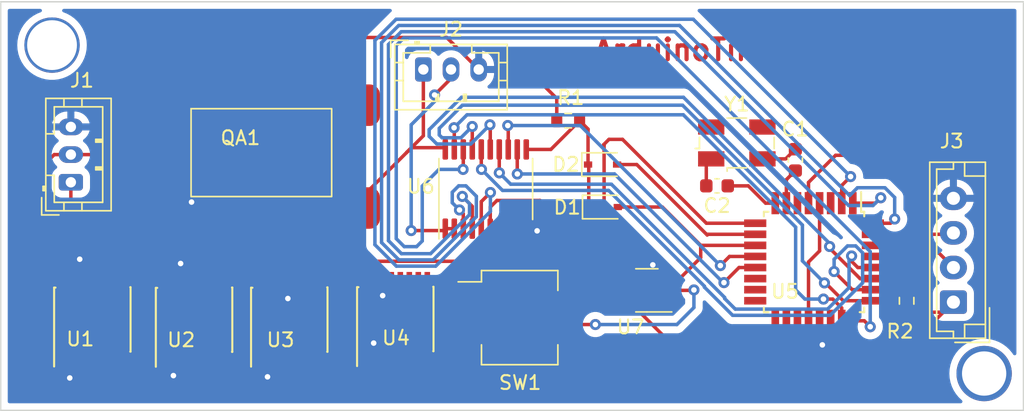
<source format=kicad_pcb>
(kicad_pcb (version 20211014) (generator pcbnew)
  (layers (0 "F.Cu" signal) (31 "B.Cu" signal) (34 "B.Paste" user) (35 "F.Paste" user) (36 "B.SilkS" user "B.Silkscreen") (37 "F.SilkS" user "F.Silkscreen") (38 "B.Mask" user) (39 "F.Mask" user) (44 "Edge.Cuts" user))
  (net 0 "")
  (net 1 "Net-(C1-Pad2)")
  (net 2 "Net-(C2-Pad2)")
  (net 3 "Net-(D1-Pad1)")
  (net 4 "Net-(D2-Pad2)")
  (net 5 "+5V")
  (net 6 "Net-(J1-Pad2)")
  (net 7 "GND")
  (net 8 "Net-(J2-Pad2)")
  (net 9 "Net-(R2-Pad1)")
  (net 10 "Net-(U1-Pad3)")
  (net 15 "Net-(U2-Pad1)")
  (net 16 "Net-(U2-Pad3)")
  (net 21 "Net-(U2-Pad12)")
  (net 22 "Net-(U3-Pad1)")
  (net 23 "Net-(U3-Pad3)")
  (net 26 "Net-(U3-Pad7)")
  (net 29 "Net-(U3-Pad12)")
  (net 30 "Net-(U4-Pad1)")
  (net 31 "Net-(U4-Pad3)")
  (net 36 "GAU")
  (net 37 "GBL")
  (net 40 "GBU")
  (net 41 "Net-(U6-Pad13)")
  (net 42 "Net-(U6-Pad12)")
  (net 49 "Net-(U6-Pad19)")
  (net 50 "Net-(U6-Pad18)")
  (net 51 "Net-(U6-Pad17)")
  (net 52 "Net-(U6-Pad16)")
  (net 53 "Net-(U6-Pad15)")
  (net 54 "Net-(U6-Pad14)")
  (net 55 "GAL")
  (net 56 "Net-(U6-Pad7)")
  (net 57 "Net-(U6-Pad8)")
  (net 58 "Net-(U5-Pad7)")
  (net 59 "Net-(U5-Pad8)")
  (net 60 "Net-(U1-Pad12)")
  (net 65 "Net-(U5-Pad30)")
  (net 66 "Net-(U5-Pad31)")
  (net 67 "Net-(U7-Pad2)")
  (net 68 "Net-(U4-Pad7)")
  (net 69 "Net-(SW1-Pad4)")
  (net 70 "Net-(SW1-Pad3)")
  (footprint "Connector_JST:JST_PH_B3B-PH-K_1x03_P2.00mm_Vertical" (layer "F.Cu") (at 109.99 92.435 90)
    (fp_text reference "J1")
    (fp_text value "Conn_01x03_Male")
  )
  (footprint "Package_SO:TSSOP-20_4.4x6.5mm_P0.65mm" (layer "F.Cu") (at 139.97 92.925 90)
    (fp_text reference "U6")
    (fp_text value "74LV8154")
  )
  (footprint "Resistor_SMD:R_0603_1608Metric" (layer "F.Cu") (at 170.38 101 -90)
    (fp_text reference "R2")
    (fp_text value "10k")
  )
  (footprint "Diode_SMD:D_SOD-323" (layer "F.Cu") (at 148.46 94.225)
    (fp_text reference "D1")
    (fp_text value "1N4448")
  )
  (footprint "Diode_SMD:D_SOD-323" (layer "F.Cu") (at 148.41 91.155)
    (fp_text reference "D2")
    (fp_text value "1N4448")
  )
  (footprint "Capacitor_SMD:C_0603_1608Metric" (layer "F.Cu") (at 156.68 92.695 180)
    (fp_text reference "C2")
    (fp_text value "22pF")
  )
  (footprint "Resistor_SMD:R_0603_1608Metric" (layer "F.Cu") (at 145.925 87.985 180)
    (fp_text reference "R1")
    (fp_text value "10k")
  )
  (footprint "Library:Quarz-Adapter" (layer "F.Cu") (at 110.04 99.565)
    (fp_text reference "QA1")
    (fp_text value "Quarz-Adapter")
  )
  (footprint "Capacitor_SMD:C_0603_1608Metric" (layer "F.Cu") (at 162.34 90.82 90)
    (fp_text reference "C1")
    (fp_text value "22pF")
  )
  (footprint "Crystal:Crystal_SMD_EuroQuartz_MJ-4Pin_5.0x3.2mm" (layer "F.Cu") (at 158.11 89.595)
    (fp_text reference "Y1")
    (fp_text value "16MHz")
  )
  (footprint "Package_SO:SSOP-16_4.4x5.2mm_P0.65mm" (layer "F.Cu") (at 118.93 102.365 90)
    (fp_text reference "U2")
    (fp_text value "74LS390")
  )
  (footprint "Package_TO_SOT_SMD:SOT-23-5" (layer "F.Cu") (at 151.61 100.245 180)
    (fp_text reference "U7")
    (fp_text value "74AHC1G04")
  )
  (footprint "Package_SO:SSOP-16_4.4x5.2mm_P0.65mm" (layer "F.Cu") (at 111.58 102.345 90)
    (fp_text reference "U1")
    (fp_text value "74LS390")
  )
  (footprint "Connector_JST:JST_PH_B3B-PH-K_1x03_P2.00mm_Vertical" (layer "F.Cu") (at 135.46 84.285)
    (fp_text reference "J2")
    (fp_text value "Conn_01x03_Male")
  )
  (footprint "Package_QFP:TQFP-32_7x7mm_P0.8mm" (layer "F.Cu") (at 163.69 98.195 -90)
    (fp_text reference "U5")
    (fp_text value "ATmega328PB-A")
  )
  (footprint "Package_SO:SSOP-16_4.4x5.2mm_P0.65mm" (layer "F.Cu") (at 125.81 102.355 90)
    (fp_text reference "U3")
    (fp_text value "74LS390")
  )
  (footprint "Connector_JST:JST_EH_B4B-EH-A_1x04_P2.50mm_Vertical" (layer "F.Cu") (at 173.76 101.095 90)
    (fp_text reference "J3")
    (fp_text value "Conn_01x04_Male")
  )
  (footprint "Package_SO:SSOP-16_4.4x5.2mm_P0.65mm" (layer "F.Cu") (at 133.47 102.315 90)
    (fp_text reference "U4")
    (fp_text value "74LS390")
  )
  (footprint "Button_Switch_SMD:SW_DIP_SPSTx04_Slide_KingTek_DSHP04TS_W7.62mm_P1.27mm" (layer "F.Cu") (at 142.42 102.215)
    (fp_text reference "SW1")
    (fp_text value "SW_DIP_x04")
  )
  (gr_rect (start 104.92 79.395) (end 178.82 108.915) (layer "Edge.Cuts") (width 0.1) (fill none))
  (gr_text "ArduinoTimeMachine v1.0" (at 162.05 82.865) (layer "F.Cu") (effects (font (size 1.5 1.5) (thickness 0.3))))
  (via (at 108.63 82.525) (size 4) (drill 3.6) (layers "F.Cu" "B.Cu") (net 0))
  (via (at 175.98 106.255) (size 4) (drill 3.2) (layers "F.Cu" "B.Cu") (net 0))
  (segment (start 159.96 90.745) (end 161.64 90.745) (width 0.25) (layer "F.Cu") (net 1))
  (segment (start 161.64 90.745) (end 162.34 90.045) (width 0.25) (layer "F.Cu") (net 1))
  (segment (start 155.905 91.1) (end 156.26 90.745) (width 0.25) (layer "F.Cu") (net 2))
  (segment (start 155.905 92.695) (end 155.905 91.1) (width 0.25) (layer "F.Cu") (net 2))
  (segment (start 147.41 94.225) (end 147.41 91.205) (width 0.25) (layer "F.Cu") (net 3))
  (segment (start 144.6725 90.0625) (end 146.75 87.985) (width 0.25) (layer "F.Cu") (net 3))
  (segment (start 147.36 88.595) (end 146.75 87.985) (width 0.25) (layer "F.Cu") (net 3))
  (segment (start 147.41 91.205) (end 147.36 91.155) (width 0.25) (layer "F.Cu") (net 3))
  (segment (start 142.895 90.0625) (end 144.6725 90.0625) (width 0.25) (layer "F.Cu") (net 3))
  (segment (start 147.36 91.155) (end 147.36 88.595) (width 0.25) (layer "F.Cu") (net 3))
  (segment (start 149.41 91.155) (end 150.88 91.155) (width 0.25) (layer "F.Cu") (net 4))
  (segment (start 155.97 96.245) (end 156.02 96.195) (width 0.25) (layer "F.Cu") (net 4))
  (segment (start 156.02 96.195) (end 159.44 96.195) (width 0.25) (layer "F.Cu") (net 4))
  (segment (start 150.88 91.155) (end 155.97 96.245) (width 0.25) (layer "F.Cu") (net 4))
  (segment (start 109.305 99.445) (end 109.305 94.88) (width 0.25) (layer "F.Cu") (net 5))
  (segment (start 161.69 103.37) (end 160.03 105.03) (width 0.25) (layer "F.Cu") (net 5))
  (segment (start 121.48 97.565) (end 121.52 97.525) (width 0.25) (layer "F.Cu") (net 5))
  (segment (start 123.45 99.455) (end 121.52 97.525) (width 0.25) (layer "F.Cu") (net 5))
  (segment (start 115.63 97.565) (end 121.48 97.565) (width 0.25) (layer "F.Cu") (net 5))
  (segment (start 164.09 97.395) (end 163.29 98.195) (width 0.25) (layer "F.Cu") (net 5))
  (segment (start 138.65 98.145) (end 129.91 98.145) (width 0.25) (layer "F.Cu") (net 5))
  (segment (start 121.52 97.525) (end 129.29 97.525) (width 0.25) (layer "F.Cu") (net 5))
  (segment (start 129.925 98.145) (end 131.195 99.415) (width 0.25) (layer "F.Cu") (net 5))
  (segment (start 134.255 90.28) (end 134.6 89.935) (width 0.25) (layer "F.Cu") (net 5))
  (segment (start 135.46 84.285) (end 135.46 89.075) (width 0.25) (layer "F.Cu") (net 5))
  (segment (start 109.99 94.195) (end 113.36 97.565) (width 0.25) (layer "F.Cu") (net 5))
  (segment (start 131.32 93.215) (end 134.255 90.28) (width 0.25) (layer "F.Cu") (net 5))
  (segment (start 161.52 105.205) (end 160.03 105.205) (width 0.25) (layer "F.Cu") (net 5))
  (segment (start 135.46 89.075) (end 134.255 90.28) (width 0.25) (layer "F.Cu") (net 5))
  (segment (start 173.76 101.095) (end 169.65 105.205) (width 0.25) (layer "F.Cu") (net 5))
  (segment (start 160.03 105.205) (end 154.48 105.205) (width 0.25) (layer "F.Cu") (net 5))
  (segment (start 116.655 98.59) (end 115.63 97.565) (width 0.25) (layer "F.Cu") (net 5))
  (segment (start 161.58 105.205) (end 161.52 105.205) (width 0.25) (layer "F.Cu") (net 5))
  (segment (start 163.29 103.495) (end 161.58 105.205) (width 0.25) (layer "F.Cu") (net 5))
  (segment (start 163.29 102.445) (end 163.29 103.495) (width 0.25) (layer "F.Cu") (net 5))
  (segment (start 109.99 92.435) (end 109.99 94.195) (width 0.25) (layer "F.Cu") (net 5))
  (segment (start 160.03 105.03) (end 160.03 105.205) (width 0.25) (layer "F.Cu") (net 5))
  (segment (start 109.305 94.88) (end 109.99 94.195) (width 0.25) (layer "F.Cu") (net 5))
  (segment (start 123.535 99.455) (end 123.45 99.455) (width 0.25) (layer "F.Cu") (net 5))
  (segment (start 129.91 98.145) (end 129.925 98.145) (width 0.25) (layer "F.Cu") (net 5))
  (segment (start 164.09 93.945) (end 164.09 97.395) (width 0.25) (layer "F.Cu") (net 5))
  (segment (start 129.29 97.525) (end 129.33 97.565) (width 0.25) (layer "F.Cu") (net 5))
  (segment (start 154.48 105.205) (end 154.48 105.2025) (width 0.25) (layer "F.Cu") (net 5))
  (segment (start 163.29 98.195) (end 163.29 102.445) (width 0.25) (layer "F.Cu") (net 5))
  (segment (start 134.6 89.935) (end 136.9175 89.935) (width 0.25) (layer "F.Cu") (net 5))
  (segment (start 147.4225 98.145) (end 138.65 98.145) (width 0.25) (layer "F.Cu") (net 5))
  (segment (start 150.515 101.2375) (end 147.4225 98.145) (width 0.25) (layer "F.Cu") (net 5))
  (segment (start 136.9175 89.935) (end 137.045 90.0625) (width 0.25) (layer "F.Cu") (net 5))
  (segment (start 116.655 99.465) (end 116.655 98.59) (width 0.25) (layer "F.Cu") (net 5))
  (segment (start 173.03 101.825) (end 173.76 101.095) (width 0.25) (layer "F.Cu") (net 5))
  (segment (start 169.65 105.205) (end 161.52 105.205) (width 0.25) (layer "F.Cu") (net 5))
  (segment (start 161.69 102.445) (end 161.69 103.37) (width 0.25) (layer "F.Cu") (net 5))
  (segment (start 129.29 95.835) (end 130.83 94.295) (width 0.25) (layer "F.Cu") (net 5))
  (segment (start 129.91 98.145) (end 129.33 97.565) (width 0.25) (layer "F.Cu") (net 5))
  (segment (start 170.38 101.825) (end 173.03 101.825) (width 0.25) (layer "F.Cu") (net 5))
  (segment (start 113.36 97.565) (end 115.63 97.565) (width 0.25) (layer "F.Cu") (net 5))
  (segment (start 154.48 105.2025) (end 150.4725 101.195) (width 0.25) (layer "F.Cu") (net 5))
  (segment (start 129.29 97.525) (end 129.29 95.835) (width 0.25) (layer "F.Cu") (net 5))
  (segment (start 109.305 100.655) (end 109.305 105.245) (width 0.25) (layer "F.Cu") (net 6))
  (segment (start 108.79 90.435) (end 107.26 91.965) (width 0.25) (layer "F.Cu") (net 6))
  (segment (start 107.26 98.61) (end 109.305 100.655) (width 0.25) (layer "F.Cu") (net 6))
  (segment (start 109.99 90.435) (end 127.26 90.435) (width 0.25) (layer "F.Cu") (net 6))
  (segment (start 127.26 90.435) (end 130.83 86.865) (width 0.25) (layer "F.Cu") (net 6))
  (segment (start 107.26 91.965) (end 107.26 98.61) (width 0.25) (layer "F.Cu") (net 6))
  (segment (start 109.99 90.435) (end 108.79 90.435) (width 0.25) (layer "F.Cu") (net 6))
  (segment (start 128.085 105.255) (end 128.085 105.555) (width 0.25) (layer "F.Cu") (net 7))
  (segment (start 143.0525 95.945) (end 142.895 95.7875) (width 0.25) (layer "F.Cu") (net 7))
  (segment (start 171.16 93.595) (end 173.76 93.595) (width 0.25) (layer "F.Cu") (net 7))
  (segment (start 114.82 88.435) (end 116.39 86.865) (width 0.25) (layer "F.Cu") (net 7))
  (segment (start 128.57 106.04) (end 131.77 106.04) (width 0.25) (layer "F.Cu") (net 7))
  (segment (start 117.305 105.265) (end 117.305 106.31) (width 0.25) (layer "F.Cu") (net 7))
  (segment (start 139.46 84.285) (end 143 84.285) (width 0.25) (layer "F.Cu") (net 7))
  (segment (start 132.52 99.44) (end 132.495 99.415) (width 0.25) (layer "F.Cu") (net 7))
  (segment (start 163.29 92.445) (end 165.25 90.485) (width 0.25) (layer "F.Cu") (net 7))
  (segment (start 113.855 105.245) (end 115.015 106.405) (width 0.25) (layer "F.Cu") (net 7))
  (segment (start 135.23 106.275) (end 135.75 105.755) (width 0.25) (layer "F.Cu") (net 7))
  (segment (start 132.155 106.275) (end 135.23 106.275) (width 0.25) (layer "F.Cu") (net 7))
  (segment (start 109.99 88.435) (end 114.82 88.435) (width 0.25) (layer "F.Cu") (net 7))
  (segment (start 131.845 105.215) (end 131.845 105.965) (width 0.25) (layer "F.Cu") (net 7))
  (segment (start 132.52 100.625) (end 132.52 99.44) (width 0.25) (layer "F.Cu") (net 7))
  (segment (start 145.1 87.985) (end 145.1 86.385) (width 0.25) (layer "F.Cu") (net 7))
  (segment (start 115.015 106.405) (end 117.4 106.405) (width 0.25) (layer "F.Cu") (net 7))
  (segment (start 118.71 93.865) (end 117.04 93.865) (width 0.25) (layer "F.Cu") (net 7))
  (segment (start 163.29 93.945) (end 163.29 92.445) (width 0.25) (layer "F.Cu") (net 7))
  (segment (start 117.92 99.43) (end 117.955 99.465) (width 0.25) (layer "F.Cu") (net 7))
  (segment (start 131.77 106.04) (end 131.845 105.965) (width 0.25) (layer "F.Cu") (net 7))
  (segment (start 131.845 105.965) (end 132.155 106.275) (width 0.25) (layer "F.Cu") (net 7))
  (segment (start 137.15 81.975) (end 121.28 81.975) (width 0.25) (layer "F.Cu") (net 7))
  (segment (start 109.955 106.53) (end 109.91 106.575) (width 0.25) (layer "F.Cu") (net 7))
  (segment (start 110.605 98.02) (end 110.63 97.995) (width 0.25) (layer "F.Cu") (net 7))
  (segment (start 164.04 103.935) (end 164.04 102.495) (width 0.25) (layer "F.Cu") (net 7))
  (segment (start 124.185 106.48) (end 124.2 106.495) (width 0.25) (layer "F.Cu") (net 7))
  (segment (start 131.87 104.055) (end 131.87 105.19) (width 0.25) (layer "F.Cu") (net 7))
  (segment (start 125.67 100.835) (end 124.835 100) (width 0.25) (layer "F.Cu") (net 7))
  (segment (start 143.68 95.945) (end 143.0525 95.945) (width 0.25) (layer "F.Cu") (net 7))
  (segment (start 124.185 105.255) (end 124.185 106.48) (width 0.25) (layer "F.Cu") (net 7))
  (segment (start 168.05 90.485) (end 171.16 93.595) (width 0.25) (layer "F.Cu") (net 7))
  (segment (start 131.87 105.19) (end 131.845 105.215) (width 0.25) (layer "F.Cu") (net 7))
  (segment (start 109.955 105.245) (end 109.955 106.53) (width 0.25) (layer "F.Cu") (net 7))
  (segment (start 164.29 104.185) (end 164.04 103.935) (width 0.25) (layer "F.Cu") (net 7))
  (segment (start 121.205 105.265) (end 122.435 106.495) (width 0.25) (layer "F.Cu") (net 7))
  (segment (start 165.25 90.485) (end 168.05 90.485) (width 0.25) (layer "F.Cu") (net 7))
  (segment (start 143 84.285) (end 145.1 86.385) (width 0.25) (layer "F.Cu") (net 7))
  (segment (start 122.435 106.495) (end 124.2 106.495) (width 0.25) (layer "F.Cu") (net 7))
  (segment (start 152.04 98.405) (end 152.04 98.5875) (width 0.25) (layer "F.Cu") (net 7))
  (segment (start 117.305 106.31) (end 117.4 106.405) (width 0.25) (layer "F.Cu") (net 7))
  (segment (start 124.835 100) (end 124.835 99.455) (width 0.25) (layer "F.Cu") (net 7))
  (segment (start 110.605 99.445) (end 110.605 98.02) (width 0.25) (layer "F.Cu") (net 7))
  (segment (start 152.04 98.5875) (end 152.7475 99.295) (width 0.25) (layer "F.Cu") (net 7))
  (segment (start 164.04 102.495) (end 164.09 102.445) (width 0.25) (layer "F.Cu") (net 7))
  (segment (start 117.92 98.305) (end 117.92 99.43) (width 0.25) (layer "F.Cu") (net 7))
  (segment (start 121.28 81.975) (end 116.39 86.865) (width 0.25) (layer "F.Cu") (net 7))
  (segment (start 139.46 84.285) (end 137.15 81.975) (width 0.25) (layer "F.Cu") (net 7))
  (segment (start 128.085 105.555) (end 128.57 106.04) (width 0.25) (layer "F.Cu") (net 7))
  (via (at 117.4 106.405) (size 0.8) (drill 0.4) (layers "F.Cu" "B.Cu") (net 7))
  (via (at 124.2 106.495) (size 0.8) (drill 0.4) (layers "F.Cu" "B.Cu") (net 7))
  (via (at 118.71 93.865) (size 0.8) (drill 0.4) (layers "F.Cu" "B.Cu") (net 7))
  (via (at 117.92 98.305) (size 0.8) (drill 0.4) (layers "F.Cu" "B.Cu") (net 7))
  (via (at 131.87 104.055) (size 0.8) (drill 0.4) (layers "F.Cu" "B.Cu") (net 7))
  (via (at 125.67 100.835) (size 0.8) (drill 0.4) (layers "F.Cu" "B.Cu") (net 7))
  (via (at 164.29 104.185) (size 0.8) (drill 0.4) (layers "F.Cu" "B.Cu") (net 7))
  (via (at 109.91 106.575) (size 0.8) (drill 0.4) (layers "F.Cu" "B.Cu") (net 7))
  (via (at 110.63 97.995) (size 0.8) (drill 0.4) (layers "F.Cu" "B.Cu") (net 7))
  (via (at 132.52 100.625) (size 0.8) (drill 0.4) (layers "F.Cu" "B.Cu") (net 7))
  (via (at 143.68 95.945) (size 0.8) (drill 0.4) (layers "F.Cu" "B.Cu") (net 7))
  (via (at 152.04 98.405) (size 0.8) (drill 0.4) (layers "F.Cu" "B.Cu") (net 7))
  (segment (start 136.27 86.125) (end 137.46 84.935) (width 0.25) (layer "F.Cu") (net 8))
  (segment (start 137.46 84.935) (end 137.46 84.285) (width 0.25) (layer "F.Cu") (net 8))
  (segment (start 136.9075 95.925) (end 137.045 95.7875) (width 0.25) (layer "F.Cu") (net 8))
  (segment (start 134.58 95.925) (end 136.9075 95.925) (width 0.25) (layer "F.Cu") (net 8))
  (segment (start 137.695 95.7875) (end 137.045 95.7875) (width 0.25) (layer "F.Cu") (net 8))
  (via (at 136.27 86.125) (size 0.8) (drill 0.4) (layers "F.Cu" "B.Cu") (net 8))
  (via (at 134.58 95.925) (size 0.8) (drill 0.4) (layers "F.Cu" "B.Cu") (net 8))
  (segment (start 136.27 86.595) (end 134.58 88.285) (width 0.25) (layer "B.Cu") (net 8))
  (segment (start 134.58 88.285) (end 134.58 95.925) (width 0.25) (layer "B.Cu") (net 8))
  (segment (start 136.27 86.125) (end 136.27 86.595) (width 0.25) (layer "B.Cu") (net 8))
  (segment (start 170.38 98.235) (end 170.38 100.175) (width 0.25) (layer "F.Cu") (net 9))
  (segment (start 169.94 97.795) (end 170.38 98.235) (width 0.25) (layer "F.Cu") (net 9))
  (segment (start 167.94 97.795) (end 169.94 97.795) (width 0.25) (layer "F.Cu") (net 9))
  (segment (start 111.255 105.245) (end 110.605 105.245) (width 0.25) (layer "F.Cu") (net 10))
  (segment (start 116.09 105.265) (end 116.655 105.265) (width 0.25) (layer "F.Cu") (net 15))
  (segment (start 113.855 103.03) (end 116.09 105.265) (width 0.25) (layer "F.Cu") (net 15))
  (segment (start 113.855 99.445) (end 113.855 103.03) (width 0.25) (layer "F.Cu") (net 15))
  (segment (start 117.955 105.265) (end 118.605 105.265) (width 0.25) (layer "F.Cu") (net 16))
  (segment (start 118.605 99.465) (end 119.255 99.465) (width 0.25) (layer "F.Cu") (net 21))
  (segment (start 121.205 102.925) (end 123.535 105.255) (width 0.25) (layer "F.Cu") (net 22))
  (segment (start 121.205 99.465) (end 121.205 102.925) (width 0.25) (layer "F.Cu") (net 22))
  (segment (start 125.485 105.255) (end 124.835 105.255) (width 0.25) (layer "F.Cu") (net 23))
  (segment (start 128.285 106.855) (end 127.435 106.005) (width 0.25) (layer "F.Cu") (net 26))
  (segment (start 136.77 106.445) (end 136.36 106.855) (width 0.25) (layer "F.Cu") (net 26))
  (segment (start 124.185 99.455) (end 124.185 100.62) (width 0.25) (layer "F.Cu") (net 26))
  (segment (start 136.77 103.165) (end 136.77 106.445) (width 0.25) (layer "F.Cu") (net 26))
  (segment (start 136.36 106.855) (end 128.285 106.855) (width 0.25) (layer "F.Cu") (net 26))
  (segment (start 124.185 100.62) (end 127.435 103.87) (width 0.25) (layer "F.Cu") (net 26))
  (segment (start 138.61 101.58) (end 138.355 101.58) (width 0.25) (layer "F.Cu") (net 26))
  (segment (start 127.435 106.005) (end 127.435 105.255) (width 0.25) (layer "F.Cu") (net 26))
  (segment (start 127.435 103.87) (end 127.435 105.255) (width 0.25) (layer "F.Cu") (net 26))
  (segment (start 138.355 101.58) (end 136.77 103.165) (width 0.25) (layer "F.Cu") (net 26))
  (segment (start 125.485 99.455) (end 126.135 99.455) (width 0.25) (layer "F.Cu") (net 29))
  (segment (start 131.195 105.175) (end 128.085 102.065) (width 0.25) (layer "F.Cu") (net 30))
  (segment (start 128.085 99.455) (end 128.085 102.065) (width 0.25) (layer "F.Cu") (net 30))
  (segment (start 131.195 105.215) (end 131.195 105.175) (width 0.25) (layer "F.Cu") (net 30))
  (segment (start 133.145 105.215) (end 132.495 105.215) (width 0.25) (layer "F.Cu") (net 31))
  (segment (start 166.49 93.945) (end 168.12 93.945) (width 0.25) (layer "F.Cu") (net 36))
  (segment (start 138.995 94.177314) (end 138.995 95.7875) (width 0.25) (layer "F.Cu") (net 36))
  (segment (start 168.12 93.945) (end 168.51 93.555) (width 0.25) (layer "F.Cu") (net 36))
  (segment (start 138.274282 93.456596) (end 138.995 94.177314) (width 0.25) (layer "F.Cu") (net 36))
  (via (at 168.51 93.555) (size 0.8) (drill 0.4) (layers "F.Cu" "B.Cu") (net 36))
  (via (at 138.274282 93.456596) (size 0.8) (drill 0.4) (layers "F.Cu" "B.Cu") (net 36))
  (segment (start 138.795 94.78) (end 135.98 97.595) (width 0.25) (layer "B.Cu") (net 36))
  (segment (start 138.274282 93.456596) (end 138.795 93.977314) (width 0.25) (layer "B.Cu") (net 36))
  (segment (start 167.95 94.115) (end 168.51 93.555) (width 0.25) (layer "B.Cu") (net 36))
  (segment (start 153.63 81.555) (end 166.19 94.115) (width 0.25) (layer "B.Cu") (net 36))
  (segment (start 132.94 96.655) (end 132.94 82.478604) (width 0.25) (layer "B.Cu") (net 36))
  (segment (start 138.795 93.977314) (end 138.795 94.78) (width 0.25) (layer "B.Cu") (net 36))
  (segment (start 132.94 82.478604) (end 133.863604 81.555) (width 0.25) (layer "B.Cu") (net 36))
  (segment (start 135.98 97.595) (end 133.88 97.595) (width 0.25) (layer "B.Cu") (net 36))
  (segment (start 133.863604 81.555) (end 153.63 81.555) (width 0.25) (layer "B.Cu") (net 36))
  (segment (start 133.88 97.595) (end 132.94 96.655) (width 0.25) (layer "B.Cu") (net 36))
  (segment (start 166.19 94.115) (end 167.95 94.115) (width 0.25) (layer "B.Cu") (net 36))
  (segment (start 140.305451 93.175049) (end 139.645 93.8355) (width 0.25) (layer "F.Cu") (net 37))
  (segment (start 165.69 92.665) (end 166.33 92.025) (width 0.25) (layer "F.Cu") (net 37))
  (segment (start 165.69 93.945) (end 165.69 92.665) (width 0.25) (layer "F.Cu") (net 37))
  (segment (start 139.645 93.8355) (end 139.645 95.7875) (width 0.25) (layer "F.Cu") (net 37))
  (via (at 140.305451 93.175049) (size 0.8) (drill 0.4) (layers "F.Cu" "B.Cu") (net 37))
  (via (at 166.33 92.025) (size 0.8) (drill 0.4) (layers "F.Cu" "B.Cu") (net 37))
  (segment (start 131.96 82.185812) (end 133.490812 80.655) (width 0.25) (layer "B.Cu") (net 37))
  (segment (start 154.96 80.655) (end 166.33 92.025) (width 0.25) (layer "B.Cu") (net 37))
  (segment (start 136.352792 98.495) (end 133.507208 98.495) (width 0.25) (layer "B.Cu") (net 37))
  (segment (start 140.305451 93.175049) (end 140.305451 94.542341) (width 0.25) (layer "B.Cu") (net 37))
  (segment (start 140.305451 94.542341) (end 136.352792 98.495) (width 0.25) (layer "B.Cu") (net 37))
  (segment (start 133.507208 98.495) (end 131.96 96.947792) (width 0.25) (layer "B.Cu") (net 37))
  (segment (start 133.490812 80.655) (end 154.96 80.655) (width 0.25) (layer "B.Cu") (net 37))
  (segment (start 131.96 96.947792) (end 131.96 82.185812) (width 0.25) (layer "B.Cu") (net 37))
  (segment (start 149.85 89.335) (end 148.87 89.335) (width 0.25) (layer "F.Cu") (net 40))
  (segment (start 148.87 89.335) (end 148.49 89.715) (width 0.25) (layer "F.Cu") (net 40))
  (segment (start 143.8845 93.7495) (end 140.7755 93.7495) (width 0.25) (layer "F.Cu") (net 40))
  (segment (start 148.52 89.745) (end 148.52 95.135) (width 0.25) (layer "F.Cu") (net 40))
  (segment (start 140.295 94.23) (end 140.295 95.7875) (width 0.25) (layer "F.Cu") (net 40))
  (segment (start 148.49 89.715) (end 148.52 89.745) (width 0.25) (layer "F.Cu") (net 40))
  (segment (start 148.52 95.135) (end 147.78 95.875) (width 0.25) (layer "F.Cu") (net 40))
  (segment (start 146.01 95.875) (end 143.8845 93.7495) (width 0.25) (layer "F.Cu") (net 40))
  (segment (start 159.44 95.395) (end 155.91 95.395) (width 0.25) (layer "F.Cu") (net 40))
  (segment (start 155.91 95.395) (end 149.85 89.335) (width 0.25) (layer "F.Cu") (net 40))
  (segment (start 140.7755 93.7495) (end 140.295 94.23) (width 0.25) (layer "F.Cu") (net 40))
  (segment (start 147.78 95.875) (end 146.01 95.875) (width 0.25) (layer "F.Cu") (net 40))
  (segment (start 141.595 88.37) (end 141.595 90.0625) (width 0.25) (layer "F.Cu") (net 41))
  (segment (start 157.58 97.795) (end 156.92 98.455) (width 0.25) (layer "F.Cu") (net 41))
  (segment (start 141.56 88.335) (end 141.595 88.37) (width 0.25) (layer "F.Cu") (net 41))
  (segment (start 159.44 97.795) (end 157.58 97.795) (width 0.25) (layer "F.Cu") (net 41))
  (via (at 156.92 98.455) (size 0.8) (drill 0.4) (layers "F.Cu" "B.Cu") (net 41))
  (via (at 141.56 88.335) (size 0.8) (drill 0.4) (layers "F.Cu" "B.Cu") (net 41))
  (segment (start 141.56 88.335) (end 146.8 88.335) (width 0.25) (layer "B.Cu") (net 41))
  (segment (start 146.8 88.335) (end 156.92 98.455) (width 0.25) (layer "B.Cu") (net 41))
  (segment (start 142.245 91.83) (end 142.245 90.0625) (width 0.25) (layer "F.Cu") (net 42))
  (segment (start 158.27 98.595) (end 157.18 99.685) (width 0.25) (layer "F.Cu") (net 42))
  (segment (start 159.44 98.595) (end 158.27 98.595) (width 0.25) (layer "F.Cu") (net 42))
  (segment (start 142.25 91.835) (end 142.245 91.83) (width 0.25) (layer "F.Cu") (net 42))
  (via (at 157.18 99.685) (size 0.8) (drill 0.4) (layers "F.Cu" "B.Cu") (net 42))
  (via (at 142.25 91.835) (size 0.8) (drill 0.4) (layers "F.Cu" "B.Cu") (net 42))
  (segment (start 157.18 99.685) (end 157.124695 99.685) (width 0.25) (layer "B.Cu") (net 42))
  (segment (start 149.274695 91.835) (end 142.25 91.835) (width 0.25) (layer "B.Cu") (net 42))
  (segment (start 157.124695 99.685) (end 149.274695 91.835) (width 0.25) (layer "B.Cu") (net 42))
  (segment (start 165.045 100.875) (end 165.69 101.52) (width 0.25) (layer "F.Cu") (net 49))
  (segment (start 137.695 88.51) (end 137.695 90.0625) (width 0.25) (layer "F.Cu") (net 49))
  (segment (start 137.68 88.495) (end 137.695 88.51) (width 0.25) (layer "F.Cu") (net 49))
  (segment (start 165.69 101.52) (end 165.69 102.445) (width 0.25) (layer "F.Cu") (net 49))
  (segment (start 164.37 100.875) (end 165.045 100.875) (width 0.25) (layer "F.Cu") (net 49))
  (via (at 164.37 100.875) (size 0.8) (drill 0.4) (layers "F.Cu" "B.Cu") (net 49))
  (via (at 137.68 88.495) (size 0.8) (drill 0.4) (layers "F.Cu" "B.Cu") (net 49))
  (segment (start 154.245 87.56) (end 162.36 95.675) (width 0.25) (layer "B.Cu") (net 49))
  (segment (start 137.68 88.495) (end 138.615 87.56) (width 0.25) (layer "B.Cu") (net 49))
  (segment (start 162.36 95.675) (end 162.36 100.205) (width 0.25) (layer "B.Cu") (net 49))
  (segment (start 163.03 100.875) (end 164.37 100.875) (width 0.25) (layer "B.Cu") (net 49))
  (segment (start 162.36 100.205) (end 163.03 100.875) (width 0.25) (layer "B.Cu") (net 49))
  (segment (start 138.615 87.56) (end 154.245 87.56) (width 0.25) (layer "B.Cu") (net 49))
  (segment (start 138.345 90.0625) (end 138.345 91.49) (width 0.25) (layer "F.Cu") (net 50))
  (segment (start 167.32 102.445) (end 167.75 102.875) (width 0.25) (layer "F.Cu") (net 50))
  (segment (start 166.49 102.445) (end 167.32 102.445) (width 0.25) (layer "F.Cu") (net 50))
  (segment (start 138.345 91.49) (end 138.33 91.505) (width 0.25) (layer "F.Cu") (net 50))
  (via (at 138.33 91.505) (size 0.8) (drill 0.4) (layers "F.Cu" "B.Cu") (net 50))
  (via (at 167.75 102.875) (size 0.8) (drill 0.4) (layers "F.Cu" "B.Cu") (net 50))
  (segment (start 134.08 97.085) (end 133.5 96.505) (width 0.25) (layer "B.Cu") (net 50))
  (segment (start 136.59 91.505) (end 135.38 92.715) (width 0.25) (layer "B.Cu") (net 50))
  (segment (start 167.75 97.445097) (end 167.75 102.875) (width 0.25) (layer "B.Cu") (net 50))
  (segment (start 133.5 82.555) (end 134.05 82.005) (width 0.25) (layer "B.Cu") (net 50))
  (segment (start 135.38 96.675) (end 134.97 97.085) (width 0.25) (layer "B.Cu") (net 50))
  (segment (start 133.5 96.505) (end 133.5 82.555) (width 0.25) (layer "B.Cu") (net 50))
  (segment (start 152.309903 82.005) (end 167.75 97.445097) (width 0.25) (layer "B.Cu") (net 50))
  (segment (start 135.38 92.715) (end 135.38 96.675) (width 0.25) (layer "B.Cu") (net 50))
  (segment (start 134.05 82.005) (end 152.309903 82.005) (width 0.25) (layer "B.Cu") (net 50))
  (segment (start 138.33 91.505) (end 136.59 91.505) (width 0.25) (layer "B.Cu") (net 50))
  (segment (start 134.97 97.085) (end 134.08 97.085) (width 0.25) (layer "B.Cu") (net 50))
  (segment (start 138.995 88.41) (end 138.99 88.405) (width 0.25) (layer "F.Cu") (net 51))
  (segment (start 167.94 100.995) (end 165.801396 100.995) (width 0.25) (layer "F.Cu") (net 51))
  (segment (start 164.511396 99.705) (end 164.44 99.705) (width 0.25) (layer "F.Cu") (net 51))
  (segment (start 138.995 90.0625) (end 138.995 88.41) (width 0.25) (layer "F.Cu") (net 51))
  (segment (start 165.801396 100.995) (end 164.511396 99.705) (width 0.25) (layer "F.Cu") (net 51))
  (via (at 164.44 99.705) (size 0.8) (drill 0.4) (layers "F.Cu" "B.Cu") (net 51))
  (via (at 138.99 88.405) (size 0.8) (drill 0.4) (layers "F.Cu" "B.Cu") (net 51))
  (segment (start 162.85 98.115) (end 164.44 99.705) (width 0.25) (layer "B.Cu") (net 51))
  (segment (start 154.186396 86.865) (end 162.85 95.528604) (width 0.25) (layer "B.Cu") (net 51))
  (segment (start 136.61 89.015) (end 136.61 88.539695) (width 0.25) (layer "B.Cu") (net 51))
  (segment (start 136.815 89.22) (end 136.61 89.015) (width 0.25) (layer "B.Cu") (net 51))
  (segment (start 162.85 95.528604) (end 162.85 98.115) (width 0.25) (layer "B.Cu") (net 51))
  (segment (start 138.175 89.22) (end 136.815 89.22) (width 0.25) (layer "B.Cu") (net 51))
  (segment (start 138.99 88.405) (end 138.175 89.22) (width 0.25) (layer "B.Cu") (net 51))
  (segment (start 138.284695 86.865) (end 154.186396 86.865) (width 0.25) (layer "B.Cu") (net 51))
  (segment (start 136.61 88.539695) (end 138.284695 86.865) (width 0.25) (layer "B.Cu") (net 51))
  (segment (start 139.645 90.0625) (end 139.645 91.49) (width 0.25) (layer "F.Cu") (net 52))
  (segment (start 166.45 100.195) (end 165.14 98.885) (width 0.25) (layer "F.Cu") (net 52))
  (segment (start 139.645 91.49) (end 139.66 91.505) (width 0.25) (layer "F.Cu") (net 52))
  (segment (start 167.94 100.195) (end 166.45 100.195) (width 0.25) (layer "F.Cu") (net 52))
  (via (at 139.66 91.505) (size 0.8) (drill 0.4) (layers "F.Cu" "B.Cu") (net 52))
  (via (at 165.14 98.885) (size 0.8) (drill 0.4) (layers "F.Cu" "B.Cu") (net 52))
  (segment (start 155.77 100.015) (end 155.77 99.949695) (width 0.25) (layer "B.Cu") (net 52))
  (segment (start 165.14 98.885) (end 165.14 97.999695) (width 0.25) (layer "B.Cu") (net 52))
  (segment (start 148.845305 93.025) (end 141.18 93.025) (width 0.25) (layer "B.Cu") (net 52))
  (segment (start 155.77 99.949695) (end 148.845305 93.025) (width 0.25) (layer "B.Cu") (net 52))
  (segment (start 157.805 102.05) (end 155.77 100.015) (width 0.25) (layer "B.Cu") (net 52))
  (segment (start 141.18 93.025) (end 139.66 91.505) (width 0.25) (layer "B.Cu") (net 52))
  (segment (start 167.2 97.531493) (end 167.2 99.706701) (width 0.25) (layer "B.Cu") (net 52))
  (segment (start 164.856701 102.05) (end 157.805 102.05) (width 0.25) (layer "B.Cu") (net 52))
  (segment (start 166.103796 97.035899) (end 166.704406 97.035899) (width 0.25) (layer "B.Cu") (net 52))
  (segment (start 167.2 99.706701) (end 164.856701 102.05) (width 0.25) (layer "B.Cu") (net 52))
  (segment (start 166.704406 97.035899) (end 167.2 97.531493) (width 0.25) (layer "B.Cu") (net 52))
  (segment (start 165.14 97.999695) (end 166.103796 97.035899) (width 0.25) (layer "B.Cu") (net 52))
  (segment (start 164.8145 97.075) (end 164.8145 97.195896) (width 0.25) (layer "F.Cu") (net 53))
  (segment (start 164.8145 97.195896) (end 167.013604 99.395) (width 0.25) (layer "F.Cu") (net 53))
  (segment (start 140.295 88.31) (end 140.27 88.285) (width 0.25) (layer "F.Cu") (net 53))
  (segment (start 140.295 90.0625) (end 140.295 88.31) (width 0.25) (layer "F.Cu") (net 53))
  (segment (start 167.013604 99.395) (end 167.94 99.395) (width 0.25) (layer "F.Cu") (net 53))
  (via (at 140.27 88.285) (size 0.8) (drill 0.4) (layers "F.Cu" "B.Cu") (net 53))
  (via (at 164.8145 97.075) (size 0.8) (drill 0.4) (layers "F.Cu" "B.Cu") (net 53))
  (segment (start 138.218299 86.295) (end 135.88 88.633299) (width 0.25) (layer "B.Cu") (net 53))
  (segment (start 135.88 88.633299) (end 135.88 89.115) (width 0.25) (layer "B.Cu") (net 53))
  (segment (start 136.435 89.67) (end 138.885 89.67) (width 0.25) (layer "B.Cu") (net 53))
  (segment (start 164.8145 97.075) (end 164.8145 96.856708) (width 0.25) (layer "B.Cu") (net 53))
  (segment (start 164.8145 96.856708) (end 154.252792 86.295) (width 0.25) (layer "B.Cu") (net 53))
  (segment (start 135.88 89.115) (end 136.435 89.67) (width 0.25) (layer "B.Cu") (net 53))
  (segment (start 154.252792 86.295) (end 138.218299 86.295) (width 0.25) (layer "B.Cu") (net 53))
  (segment (start 138.885 89.67) (end 140.27 88.285) (width 0.25) (layer "B.Cu") (net 53))
  (segment (start 166.404101 98.149101) (end 166.85 98.595) (width 0.25) (layer "F.Cu") (net 54))
  (segment (start 140.95 91.755) (end 140.945 91.75) (width 0.25) (layer "F.Cu") (net 54))
  (segment (start 166.404101 97.760899) (end 166.404101 98.149101) (width 0.25) (layer "F.Cu") (net 54))
  (segment (start 140.945 91.75) (end 140.945 90.0625) (width 0.25) (layer "F.Cu") (net 54))
  (segment (start 166.85 98.595) (end 167.94 98.595) (width 0.25) (layer "F.Cu") (net 54))
  (via (at 140.95 91.755) (size 0.8) (drill 0.4) (layers "F.Cu" "B.Cu") (net 54))
  (via (at 166.404101 97.760899) (size 0.8) (drill 0.4) (layers "F.Cu" "B.Cu") (net 54))
  (segment (start 157.995 101.6) (end 157.23 100.835) (width 0.25) (layer "B.Cu") (net 54))
  (segment (start 166.22 97.945) (end 166.22 100.050305) (width 0.25) (layer "B.Cu") (net 54))
  (segment (start 166.22 100.050305) (end 164.670305 101.6) (width 0.25) (layer "B.Cu") (net 54))
  (segment (start 157.23 100.760305) (end 149.044695 92.575) (width 0.25) (layer "B.Cu") (net 54))
  (segment (start 164.670305 101.6) (end 157.995 101.6) (width 0.25) (layer "B.Cu") (net 54))
  (segment (start 141.77 92.575) (end 140.95 91.755) (width 0.25) (layer "B.Cu") (net 54))
  (segment (start 166.404101 97.760899) (end 166.22 97.945) (width 0.25) (layer "B.Cu") (net 54))
  (segment (start 157.23 100.835) (end 157.23 100.760305) (width 0.25) (layer "B.Cu") (net 54))
  (segment (start 149.044695 92.575) (end 141.77 92.575) (width 0.25) (layer "B.Cu") (net 54))
  (segment (start 169.21 95.395) (end 169.515 95.09) (width 0.25) (layer "F.Cu") (net 55))
  (segment (start 167.94 95.395) (end 169.21 95.395) (width 0.25) (layer "F.Cu") (net 55))
  (segment (start 138.345 94.71) (end 138.07 94.435) (width 0.25) (layer "F.Cu") (net 55))
  (segment (start 138.345 95.7875) (end 138.345 94.71) (width 0.25) (layer "F.Cu") (net 55))
  (via (at 138.07 94.435) (size 0.8) (drill 0.4) (layers "F.Cu" "B.Cu") (net 55))
  (via (at 169.515 95.09) (size 0.8) (drill 0.4) (layers "F.Cu" "B.Cu") (net 55))
  (segment (start 132.44 96.791396) (end 132.44 82.342208) (width 0.25) (layer "B.Cu") (net 55))
  (segment (start 138.07 94.435) (end 137.549282 93.914282) (width 0.25) (layer "B.Cu") (net 55))
  (segment (start 166.825 92.83) (end 168.810305 92.83) (width 0.25) (layer "B.Cu") (net 55))
  (segment (start 138.010573 92.695) (end 138.537991 92.695) (width 0.25) (layer "B.Cu") (net 55))
  (segment (start 169.515 93.534695) (end 169.515 95.09) (width 0.25) (layer "B.Cu") (net 55))
  (segment (start 168.810305 92.83) (end 169.515 93.534695) (width 0.25) (layer "B.Cu") (net 55))
  (segment (start 132.44 82.342208) (end 133.677208 81.105) (width 0.25) (layer "B.Cu") (net 55))
  (segment (start 153.97 81.105) (end 166.26 93.395) (width 0.25) (layer "B.Cu") (net 55))
  (segment (start 139.29 93.447009) (end 139.29 94.921396) (width 0.25) (layer "B.Cu") (net 55))
  (segment (start 166.26 93.395) (end 166.825 92.83) (width 0.25) (layer "B.Cu") (net 55))
  (segment (start 137.549282 93.914282) (end 137.549282 93.156291) (width 0.25) (layer "B.Cu") (net 55))
  (segment (start 137.549282 93.156291) (end 138.010573 92.695) (width 0.25) (layer "B.Cu") (net 55))
  (segment (start 139.29 94.921396) (end 136.166396 98.045) (width 0.25) (layer "B.Cu") (net 55))
  (segment (start 136.166396 98.045) (end 133.693604 98.045) (width 0.25) (layer "B.Cu") (net 55))
  (segment (start 133.693604 98.045) (end 132.44 96.791396) (width 0.25) (layer "B.Cu") (net 55))
  (segment (start 133.677208 81.105) (end 153.97 81.105) (width 0.25) (layer "B.Cu") (net 55))
  (segment (start 138.537991 92.695) (end 139.29 93.447009) (width 0.25) (layer "B.Cu") (net 55))
  (segment (start 140.945 96.476041) (end 142.163959 97.695) (width 0.25) (layer "F.Cu") (net 56))
  (segment (start 140.945 95.7875) (end 140.945 96.476041) (width 0.25) (layer "F.Cu") (net 56))
  (segment (start 142.163959 97.695) (end 148.8725 97.695) (width 0.25) (layer "F.Cu") (net 56))
  (segment (start 148.8725 97.695) (end 150.4725 99.295) (width 0.25) (layer "F.Cu") (net 56))
  (segment (start 141.595 95.7875) (end 142.245 95.7875) (width 0.25) (layer "F.Cu") (net 57))
  (segment (start 161.69 92.245) (end 161.69 93.945) (width 0.25) (layer "F.Cu") (net 58))
  (segment (start 162.34 91.595) (end 161.69 92.245) (width 0.25) (layer "F.Cu") (net 58))
  (segment (start 158.94 92.695) (end 160.19 93.945) (width 0.25) (layer "F.Cu") (net 59))
  (segment (start 160.19 93.945) (end 160.89 93.945) (width 0.25) (layer "F.Cu") (net 59))
  (segment (start 157.455 92.695) (end 158.94 92.695) (width 0.25) (layer "F.Cu") (net 59))
  (segment (start 111.255 99.445) (end 111.905 99.445) (width 0.25) (layer "F.Cu") (net 60))
  (segment (start 167.94 96.995) (end 172.16 96.995) (width 0.25) (layer "F.Cu") (net 65))
  (segment (start 172.16 96.995) (end 173.76 98.595) (width 0.25) (layer "F.Cu") (net 65))
  (segment (start 167.94 96.195) (end 173.66 96.195) (width 0.25) (layer "F.Cu") (net 66))
  (segment (start 173.66 96.195) (end 173.76 96.095) (width 0.25) (layer "F.Cu") (net 66))
  (segment (start 146.23 100.31) (end 146.23 103.13) (width 0.25) (layer "F.Cu") (net 67))
  (segment (start 154.98 100.245) (end 155.01 100.215) (width 0.25) (layer "F.Cu") (net 67))
  (segment (start 155.5 97.876751) (end 155.5 96.995) (width 0.25) (layer "F.Cu") (net 67))
  (segment (start 155.5 96.995) (end 159.44 96.995) (width 0.25) (layer "F.Cu") (net 67))
  (segment (start 146.23 104.12) (end 146.23 100.31) (width 0.25) (layer "F.Cu") (net 67))
  (segment (start 149.51 94.225) (end 152.73 94.225) (width 0.25) (layer "F.Cu") (net 67))
  (segment (start 152.73 94.225) (end 155.5 96.995) (width 0.25) (layer "F.Cu") (net 67))
  (segment (start 153.131751 100.245) (end 155.5 97.876751) (width 0.25) (layer "F.Cu") (net 67))
  (segment (start 152.7475 100.245) (end 153.131751 100.245) (width 0.25) (layer "F.Cu") (net 67))
  (segment (start 152.7475 100.245) (end 154.98 100.245) (width 0.25) (layer "F.Cu") (net 67))
  (segment (start 146.365 102.715) (end 146.23 102.85) (width 0.25) (layer "F.Cu") (net 67))
  (segment (start 147.89 102.715) (end 146.365 102.715) (width 0.25) (layer "F.Cu") (net 67))
  (via (at 147.89 102.715) (size 0.8) (drill 0.4) (layers "F.Cu" "B.Cu") (net 67))
  (via (at 155.01 100.215) (size 0.8) (drill 0.4) (layers "F.Cu" "B.Cu") (net 67))
  (segment (start 155.01 101.485) (end 155.01 100.215) (width 0.25) (layer "B.Cu") (net 67))
  (segment (start 147.89 102.715) (end 153.78 102.715) (width 0.25) (layer "B.Cu") (net 67))
  (segment (start 153.78 102.715) (end 155.01 101.485) (width 0.25) (layer "B.Cu") (net 67))
  (segment (start 135.095 103.57) (end 135.095 105.215) (width 0.25) (layer "F.Cu") (net 68))
  (segment (start 138.355 100.31) (end 135.095 103.57) (width 0.25) (layer "F.Cu") (net 68))
  (segment (start 138.61 100.31) (end 138.355 100.31) (width 0.25) (layer "F.Cu") (net 68))
  (segment (start 138.61 106.005) (end 136.51 108.105) (width 0.25) (layer "F.Cu") (net 69))
  (segment (start 115.365 108.105) (end 113.205 105.945) (width 0.25) (layer "F.Cu") (net 69))
  (segment (start 113.205 104.545) (end 113.205 105.245) (width 0.25) (layer "F.Cu") (net 69))
  (segment (start 136.51 108.105) (end 115.365 108.105) (width 0.25) (layer "F.Cu") (net 69))
  (segment (start 138.61 104.12) (end 138.61 106.005) (width 0.25) (layer "F.Cu") (net 69))
  (segment (start 109.955 99.445) (end 109.955 101.295) (width 0.25) (layer "F.Cu") (net 69))
  (segment (start 109.955 101.295) (end 113.205 104.545) (width 0.25) (layer "F.Cu") (net 69))
  (segment (start 113.205 105.945) (end 113.205 105.245) (width 0.25) (layer "F.Cu") (net 69))
  (segment (start 137.51 106.341396) (end 136.506396 107.345) (width 0.25) (layer "F.Cu") (net 70))
  (segment (start 120.43 104.44) (end 120.43 105.14) (width 0.25) (layer "F.Cu") (net 70))
  (segment (start 122.11 107.345) (end 120.555 105.79) (width 0.25) (layer "F.Cu") (net 70))
  (segment (start 136.506396 107.345) (end 122.11 107.345) (width 0.25) (layer "F.Cu") (net 70))
  (segment (start 120.555 105.79) (end 120.555 105.265) (width 0.25) (layer "F.Cu") (net 70))
  (segment (start 117.305 99.465) (end 117.305 101.315) (width 0.25) (layer "F.Cu") (net 70))
  (segment (start 137.51 103.695) (end 137.51 106.341396) (width 0.25) (layer "F.Cu") (net 70))
  (segment (start 117.305 101.315) (end 120.43 104.44) (width 0.25) (layer "F.Cu") (net 70))
  (segment (start 138.355 102.85) (end 137.51 103.695) (width 0.25) (layer "F.Cu") (net 70))
  (segment (start 138.61 102.85) (end 138.355 102.85) (width 0.25) (layer "F.Cu") (net 70))
  (segment (start 120.43 105.14) (end 120.555 105.265) (width 0.25) (layer "F.Cu") (net 70))
  (zone (net 7) (net_name "GND") (layer "B.Cu") (connect_pads (clearance 0.508)) (min_thickness 0.254) (fill yes (thermal_gap 0.508) (thermal_bridge_width 0.508))
    (polygon (pts (xy 178.82 108.785) (xy 104.99 108.785) (xy 104.92 79.455) (xy 178.75 79.265)))
  )
)
</source>
